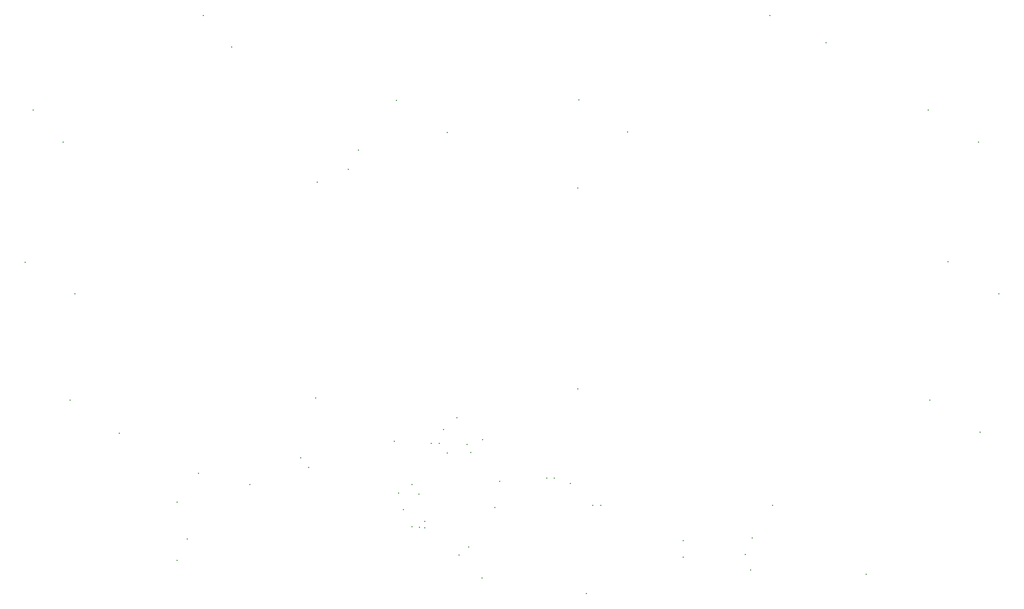
<source format=gbr>
%TF.GenerationSoftware,Altium Limited,Altium Designer,24.6.1 (21)*%
G04 Layer_Color=0*
%FSLAX45Y45*%
%MOMM*%
%TF.SameCoordinates,D6E34864-ACFE-43FA-A01B-F9739AC3D18D*%
%TF.FilePolarity,Positive*%
%TF.FileFunction,Plated,1,2,Blind,Drill*%
%TF.Part,Single*%
G01*
G75*
%TA.AperFunction,ViaDrill,NotFilled*%
%ADD90C,0.30000*%
D90*
X989810Y3246506D02*
D03*
X-1981990Y4837910D02*
D03*
X-2044700Y5664200D02*
D03*
X-1658889Y4825179D02*
D03*
X-869729Y3983368D02*
D03*
X-7759700Y10909300D02*
D03*
X-4334604Y4978400D02*
D03*
X-1562100Y4394200D02*
D03*
X-647700Y5689600D02*
D03*
X-3404390Y5248214D02*
D03*
X-1568000Y4292600D02*
D03*
X-5322090Y4114010D02*
D03*
X3504410Y3869410D02*
D03*
X3618710Y4126710D02*
D03*
X3936210Y4647410D02*
D03*
X5416056Y3555210D02*
D03*
X735810Y4990310D02*
D03*
X-1334290Y5625310D02*
D03*
X-838990Y5485610D02*
D03*
X-381790Y5028410D02*
D03*
X-4623590Y11911810D02*
D03*
X-3530600Y5397500D02*
D03*
X-5144290Y5155410D02*
D03*
X-5487190Y4698210D02*
D03*
Y3771110D02*
D03*
X-6401590Y5790410D02*
D03*
X-7176290Y6311110D02*
D03*
X-7100090Y8000210D02*
D03*
X-7887490Y8495510D02*
D03*
X-7290590Y10400510D02*
D03*
X-5074144Y12407110D02*
D03*
X875610Y11073510D02*
D03*
X1644156Y10558999D02*
D03*
X3898310Y12406910D02*
D03*
X4787110Y11975310D02*
D03*
X6400010Y10908510D02*
D03*
X7194056Y10400510D02*
D03*
X6717510Y8508210D02*
D03*
X7517610Y8000210D02*
D03*
X6425410Y6311110D02*
D03*
X7225510Y5803110D02*
D03*
X3593310Y3618710D02*
D03*
X856756Y6488910D02*
D03*
Y9676610D02*
D03*
X-1207290Y10552910D02*
D03*
X-2013444Y11060910D02*
D03*
X-2616990Y10273510D02*
D03*
X-2775444Y9968710D02*
D03*
X-3264690Y9765510D02*
D03*
X-3290090Y6349210D02*
D03*
X1091410Y4647410D02*
D03*
X2526510Y3821910D02*
D03*
Y4088610D02*
D03*
X-1207290Y5472910D02*
D03*
X-895844Y5612610D02*
D03*
X-661190Y3491710D02*
D03*
X-1026033Y3856368D02*
D03*
X-1646811Y4295605D02*
D03*
X-1765300Y4305300D02*
D03*
X-1900811Y4575005D02*
D03*
X-1766090Y4977610D02*
D03*
X1218410Y4647410D02*
D03*
X481810Y5079210D02*
D03*
X367510D02*
D03*
X-457990Y4609310D02*
D03*
X-1270790Y5842265D02*
D03*
X-1461290Y5625310D02*
D03*
X-1054890Y6031710D02*
D03*
%TF.MD5,dcc18bc0470af9383e788478ef8fe859*%
M02*

</source>
